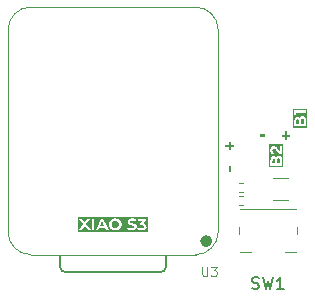
<source format=gbr>
%TF.GenerationSoftware,KiCad,Pcbnew,9.0.1-9.0.1-0~ubuntu22.04.1*%
%TF.CreationDate,2025-05-27T18:32:28-04:00*%
%TF.ProjectId,Omi-Glass-DevKit,4f6d692d-476c-4617-9373-2d4465764b69,rev?*%
%TF.SameCoordinates,Original*%
%TF.FileFunction,Legend,Top*%
%TF.FilePolarity,Positive*%
%FSLAX46Y46*%
G04 Gerber Fmt 4.6, Leading zero omitted, Abs format (unit mm)*
G04 Created by KiCad (PCBNEW 9.0.1-9.0.1-0~ubuntu22.04.1) date 2025-05-27 18:32:28*
%MOMM*%
%LPD*%
G01*
G04 APERTURE LIST*
%ADD10C,0.100000*%
%ADD11C,0.300000*%
%ADD12C,0.106680*%
%ADD13C,0.150000*%
%ADD14C,0.504000*%
%ADD15C,0.127000*%
%ADD16C,0.120000*%
G04 APERTURE END LIST*
D10*
G36*
X15667260Y973413D02*
G01*
X15695573Y958965D01*
X15717934Y934869D01*
X15733029Y904301D01*
X15743148Y863081D01*
X15744196Y847919D01*
X15746938Y808229D01*
X15746938Y582427D01*
X15515151Y582427D01*
X15515151Y808229D01*
X15518912Y863101D01*
X15528950Y904320D01*
X15543911Y934869D01*
X15566107Y958922D01*
X15594475Y973389D01*
X15631045Y978528D01*
X15667260Y973413D01*
G37*
G36*
X16072917Y1021798D02*
G01*
X16102697Y1006547D01*
X16125514Y981336D01*
X16140725Y949315D01*
X16150974Y905904D01*
X16154823Y847919D01*
X16154823Y582427D01*
X15912107Y582427D01*
X15912107Y847919D01*
X15916007Y905870D01*
X15926399Y949281D01*
X15941844Y981336D01*
X15964912Y1006564D01*
X15994829Y1021810D01*
X16033862Y1027254D01*
X16072917Y1021798D01*
G37*
G36*
X16436111Y246185D02*
G01*
X15233864Y246185D01*
X15233864Y836134D01*
X15344975Y836134D01*
X15344975Y808229D01*
X15344975Y357296D01*
X16325000Y357296D01*
X16325000Y864100D01*
X16319683Y963371D01*
X16305133Y1043167D01*
X16283040Y1106822D01*
X16254474Y1157191D01*
X16215382Y1200918D01*
X16170391Y1231447D01*
X16118346Y1250049D01*
X16057309Y1256537D01*
X16002177Y1251753D01*
X15954895Y1238114D01*
X15914000Y1216115D01*
X15878290Y1186112D01*
X15848622Y1149252D01*
X15824729Y1104618D01*
X15814985Y1076233D01*
X15797081Y1107324D01*
X15768002Y1141767D01*
X15733504Y1169892D01*
X15694349Y1190670D01*
X15650335Y1203397D01*
X15600331Y1207811D01*
X15544915Y1201825D01*
X15496497Y1184478D01*
X15453508Y1155702D01*
X15415012Y1114143D01*
X15386586Y1066464D01*
X15364663Y1006152D01*
X15350243Y930456D01*
X15344975Y836134D01*
X15233864Y836134D01*
X15233864Y1321445D01*
X15344975Y1321445D01*
X15527486Y1321445D01*
X15527486Y1517327D01*
X16325000Y1517327D01*
X16325000Y1744656D01*
X15344975Y1744656D01*
X15344975Y1321445D01*
X15233864Y1321445D01*
X15233864Y1855767D01*
X16436111Y1855767D01*
X16436111Y246185D01*
G37*
D11*
G36*
X12886151Y-527593D02*
G01*
X12418670Y-527593D01*
X12418670Y-311896D01*
X12886151Y-311896D01*
X12886151Y-527593D01*
G37*
G36*
X14737773Y-334977D02*
G01*
X15018958Y-334977D01*
X15018958Y-504513D01*
X14737773Y-504513D01*
X14737773Y-787804D01*
X14568238Y-787804D01*
X14568238Y-504513D01*
X14287053Y-504513D01*
X14287053Y-334977D01*
X14568238Y-334977D01*
X14568238Y-47473D01*
X14737773Y-47473D01*
X14737773Y-334977D01*
G37*
D10*
G36*
X250919Y-7616558D02*
G01*
X308357Y-7633606D01*
X360551Y-7661309D01*
X405444Y-7698452D01*
X442164Y-7743962D01*
X469985Y-7797676D01*
X487120Y-7857121D01*
X493066Y-7924743D01*
X487113Y-7992412D01*
X469924Y-8052177D01*
X442002Y-8106157D01*
X405321Y-8151706D01*
X360488Y-8188749D01*
X308296Y-8216430D01*
X250868Y-8233433D01*
X187090Y-8239267D01*
X123203Y-8233470D01*
X65457Y-8216552D01*
X13002Y-8188894D01*
X-32055Y-8151645D01*
X-68786Y-8105838D01*
X-96658Y-8051810D01*
X-113806Y-7992140D01*
X-119739Y-7924743D01*
X-113798Y-7857335D01*
X-96658Y-7797920D01*
X-68716Y-7744148D01*
X-31872Y-7698574D01*
X13200Y-7661371D01*
X65580Y-7633606D01*
X123273Y-7616550D01*
X187090Y-7610708D01*
X250919Y-7616558D01*
G37*
G36*
X-771894Y-8033248D02*
G01*
X-1083467Y-8033248D01*
X-927667Y-7658593D01*
X-771894Y-8033248D01*
G37*
G36*
X2950740Y-8542597D02*
G01*
X-2995618Y-8542597D01*
X-2995618Y-8415000D01*
X-2884507Y-8415000D01*
X-2624510Y-8415000D01*
X-2392167Y-8074506D01*
X-2155564Y-8415000D01*
X-1894163Y-8415000D01*
X-1805075Y-8415000D01*
X-1577746Y-8415000D01*
X-1475103Y-8415000D01*
X-1242218Y-8415000D01*
X-1155047Y-8205378D01*
X-700326Y-8205378D01*
X-613170Y-8415000D01*
X-376316Y-8415000D01*
X-595267Y-7924743D01*
X-349022Y-7924743D01*
X-344439Y-7996963D01*
X-331024Y-8064015D01*
X-309027Y-8126671D01*
X-278646Y-8185759D01*
X-241350Y-8239185D01*
X-196858Y-8287444D01*
X-146303Y-8329365D01*
X-89727Y-8364745D01*
X-26499Y-8393689D01*
X39993Y-8414450D01*
X111098Y-8427146D01*
X187518Y-8431486D01*
X263987Y-8427168D01*
X334817Y-8414562D01*
X400742Y-8393995D01*
X463495Y-8365235D01*
X519794Y-8330002D01*
X533271Y-8318829D01*
X1212178Y-8318829D01*
X1257935Y-8348496D01*
X1315198Y-8375733D01*
X1385956Y-8400101D01*
X1458553Y-8417453D01*
X1533537Y-8427947D01*
X1611270Y-8431486D01*
X1704052Y-8426293D01*
X1780448Y-8411919D01*
X1843118Y-8389781D01*
X1901137Y-8357707D01*
X1939556Y-8326400D01*
X2059273Y-8326400D01*
X2108160Y-8356474D01*
X2164818Y-8382435D01*
X2230243Y-8404009D01*
X2331239Y-8424639D01*
X2433026Y-8431486D01*
X2525631Y-8425951D01*
X2601237Y-8410669D01*
X2662736Y-8387156D01*
X2719041Y-8353316D01*
X2762930Y-8314459D01*
X2796092Y-8270408D01*
X2820381Y-8220708D01*
X2834791Y-8169156D01*
X2839629Y-8114947D01*
X2833653Y-8053352D01*
X2816349Y-7999037D01*
X2787852Y-7950498D01*
X2747244Y-7906730D01*
X2699348Y-7873238D01*
X2639561Y-7847868D01*
X2573893Y-7833286D01*
X2794871Y-7581399D01*
X2794871Y-7434975D01*
X2107999Y-7434975D01*
X2107999Y-7617486D01*
X2524880Y-7617486D01*
X2324765Y-7845547D01*
X2324765Y-7994474D01*
X2427103Y-7994474D01*
X2491256Y-7998929D01*
X2536414Y-8010487D01*
X2567359Y-8027203D01*
X2591621Y-8051691D01*
X2605936Y-8080699D01*
X2610895Y-8115741D01*
X2605352Y-8152452D01*
X2589267Y-8182782D01*
X2561680Y-8208370D01*
X2527246Y-8226223D01*
X2483384Y-8237832D01*
X2427713Y-8242076D01*
X2352460Y-8236154D01*
X2277809Y-8218262D01*
X2207443Y-8189564D01*
X2147628Y-8152927D01*
X2059273Y-8326400D01*
X1939556Y-8326400D01*
X1946377Y-8320842D01*
X1980688Y-8279139D01*
X2006119Y-8231474D01*
X2021215Y-8181448D01*
X2026300Y-8128136D01*
X2022512Y-8077599D01*
X2011908Y-8035588D01*
X1995220Y-8000580D01*
X1959266Y-7955009D01*
X1913704Y-7919553D01*
X1861199Y-7892196D01*
X1802513Y-7870277D01*
X1680696Y-7838220D01*
X1569200Y-7810926D01*
X1522056Y-7793881D01*
X1487684Y-7773740D01*
X1470299Y-7756386D01*
X1460112Y-7736086D01*
X1456604Y-7711824D01*
X1461259Y-7682227D01*
X1475227Y-7655710D01*
X1498266Y-7634109D01*
X1535433Y-7615593D01*
X1580261Y-7604607D01*
X1643144Y-7600389D01*
X1708620Y-7604940D01*
X1777539Y-7619012D01*
X1845630Y-7642415D01*
X1914437Y-7676592D01*
X1985145Y-7504767D01*
X1912640Y-7467933D01*
X1826754Y-7440348D01*
X1736313Y-7423943D01*
X1645098Y-7418489D01*
X1552722Y-7423646D01*
X1476535Y-7437932D01*
X1413922Y-7459949D01*
X1356061Y-7491855D01*
X1311030Y-7528636D01*
X1276963Y-7570347D01*
X1251834Y-7618005D01*
X1236847Y-7668472D01*
X1231778Y-7722693D01*
X1235584Y-7774189D01*
X1246205Y-7816742D01*
X1262858Y-7851959D01*
X1298846Y-7897839D01*
X1344374Y-7933719D01*
X1396930Y-7961444D01*
X1455871Y-7983789D01*
X1577687Y-8016151D01*
X1688879Y-8044056D01*
X1736060Y-8061703D01*
X1770395Y-8082219D01*
X1787751Y-8099698D01*
X1797953Y-8120234D01*
X1801475Y-8144867D01*
X1796650Y-8173480D01*
X1782118Y-8198906D01*
X1758648Y-8219242D01*
X1721485Y-8236153D01*
X1676828Y-8245817D01*
X1612431Y-8249586D01*
X1525181Y-8242472D01*
X1437919Y-8220887D01*
X1355826Y-8187350D01*
X1288992Y-8147309D01*
X1212178Y-8318829D01*
X533271Y-8318829D01*
X570246Y-8288176D01*
X614680Y-8239986D01*
X651937Y-8186544D01*
X682293Y-8127342D01*
X704321Y-8064522D01*
X717758Y-7997268D01*
X722349Y-7924804D01*
X717753Y-7852343D01*
X704312Y-7785216D01*
X682293Y-7722632D01*
X651958Y-7663621D01*
X614704Y-7610234D01*
X570246Y-7561981D01*
X519780Y-7520051D01*
X463481Y-7484780D01*
X400742Y-7456041D01*
X334811Y-7435450D01*
X263843Y-7422819D01*
X187090Y-7418489D01*
X110667Y-7422819D01*
X39668Y-7435479D01*
X-26621Y-7456163D01*
X-89633Y-7485042D01*
X-146154Y-7520476D01*
X-196797Y-7562592D01*
X-241359Y-7610990D01*
X-278670Y-7664383D01*
X-309027Y-7723243D01*
X-331013Y-7785622D01*
X-344433Y-7852526D01*
X-349022Y-7924743D01*
X-595267Y-7924743D01*
X-813999Y-7434975D01*
X-1038275Y-7434975D01*
X-1304944Y-8033248D01*
X-1475103Y-8415000D01*
X-1577746Y-8415000D01*
X-1577746Y-7434975D01*
X-1805075Y-7434975D01*
X-1805075Y-8415000D01*
X-1894163Y-8415000D01*
X-2259989Y-7908263D01*
X-1917732Y-7434975D01*
X-2163502Y-7434975D01*
X-2385081Y-7752042D01*
X-2609917Y-7434975D01*
X-2866860Y-7434975D01*
X-2523656Y-7916094D01*
X-2884507Y-8415000D01*
X-2995618Y-8415000D01*
X-2995618Y-7307378D01*
X2950740Y-7307378D01*
X2950740Y-8542597D01*
G37*
D11*
G36*
X9783777Y-1213426D02*
G01*
X9783777Y-932241D01*
X9953313Y-932241D01*
X9953313Y-1213426D01*
X10236604Y-1213426D01*
X10236604Y-1382961D01*
X9953313Y-1382961D01*
X9953313Y-1664146D01*
X9783777Y-1664146D01*
X9783777Y-1382961D01*
X9496273Y-1382961D01*
X9496273Y-1213426D01*
X9783777Y-1213426D01*
G37*
G36*
X10027193Y-2995448D02*
G01*
X10027193Y-3462929D01*
X9811496Y-3462929D01*
X9811496Y-2995448D01*
X10027193Y-2995448D01*
G37*
D10*
G36*
X13651060Y-2383246D02*
G01*
X13679373Y-2397694D01*
X13701734Y-2421790D01*
X13716829Y-2452358D01*
X13726948Y-2493578D01*
X13727996Y-2508740D01*
X13730738Y-2548430D01*
X13730738Y-2774232D01*
X13498951Y-2774232D01*
X13498951Y-2548430D01*
X13502712Y-2493558D01*
X13512750Y-2452339D01*
X13527711Y-2421790D01*
X13549907Y-2397737D01*
X13578275Y-2383270D01*
X13614845Y-2378131D01*
X13651060Y-2383246D01*
G37*
G36*
X14056717Y-2334861D02*
G01*
X14086497Y-2350112D01*
X14109314Y-2375323D01*
X14124525Y-2407344D01*
X14134774Y-2450755D01*
X14138623Y-2508740D01*
X14138623Y-2774232D01*
X13895907Y-2774232D01*
X13895907Y-2508740D01*
X13899807Y-2450789D01*
X13910199Y-2407378D01*
X13925644Y-2375323D01*
X13948712Y-2350095D01*
X13978629Y-2334849D01*
X14017662Y-2329405D01*
X14056717Y-2334861D01*
G37*
G36*
X14419911Y-3110474D02*
G01*
X13201178Y-3110474D01*
X13201178Y-2520525D01*
X13328775Y-2520525D01*
X13328775Y-2548430D01*
X13328775Y-2999363D01*
X14308800Y-2999363D01*
X14308800Y-2492559D01*
X14303483Y-2393288D01*
X14288933Y-2313492D01*
X14266840Y-2249837D01*
X14238274Y-2199468D01*
X14199182Y-2155741D01*
X14154191Y-2125212D01*
X14102146Y-2106610D01*
X14041109Y-2100122D01*
X13985977Y-2104906D01*
X13938695Y-2118545D01*
X13897800Y-2140544D01*
X13862090Y-2170547D01*
X13832422Y-2207407D01*
X13808529Y-2252041D01*
X13798785Y-2280425D01*
X13780881Y-2249335D01*
X13751802Y-2214892D01*
X13717304Y-2186767D01*
X13678149Y-2165989D01*
X13634135Y-2153262D01*
X13584131Y-2148848D01*
X13528715Y-2154834D01*
X13480297Y-2172181D01*
X13437308Y-2200957D01*
X13398812Y-2242516D01*
X13370386Y-2290195D01*
X13348463Y-2350507D01*
X13334043Y-2426203D01*
X13328775Y-2520525D01*
X13201178Y-2520525D01*
X13201178Y-1653951D01*
X13312289Y-1653951D01*
X13318070Y-1740847D01*
X13334671Y-1817861D01*
X13361381Y-1886470D01*
X13398748Y-1949588D01*
X13442982Y-2001216D01*
X13494372Y-2042664D01*
X13600373Y-1877922D01*
X13556576Y-1837581D01*
X13526123Y-1789750D01*
X13507978Y-1735394D01*
X13501760Y-1674590D01*
X13505908Y-1623999D01*
X13517035Y-1586114D01*
X13533878Y-1558025D01*
X13557731Y-1536359D01*
X13587042Y-1523221D01*
X13623515Y-1518580D01*
X13673585Y-1525907D01*
X13700124Y-1536128D01*
X13731898Y-1554789D01*
X13763990Y-1579985D01*
X13805232Y-1620063D01*
X14162376Y-1998761D01*
X14308800Y-1998761D01*
X14308800Y-1257301D01*
X14123541Y-1257301D01*
X14123541Y-1679782D01*
X13911661Y-1454466D01*
X13847299Y-1391185D01*
X13795218Y-1350052D01*
X13742718Y-1319524D01*
X13695994Y-1302181D01*
X13648551Y-1292912D01*
X13601167Y-1289846D01*
X13543461Y-1295118D01*
X13492746Y-1310329D01*
X13447660Y-1335214D01*
X13408385Y-1368831D01*
X13375082Y-1410865D01*
X13347582Y-1462526D01*
X13328491Y-1518261D01*
X13316496Y-1581659D01*
X13312289Y-1653951D01*
X13201178Y-1653951D01*
X13201178Y-1146190D01*
X14419911Y-1146190D01*
X14419911Y-3110474D01*
G37*
D12*
X7551442Y-11531705D02*
X7551442Y-12165012D01*
X7551442Y-12165012D02*
X7588696Y-12239518D01*
X7588696Y-12239518D02*
X7625949Y-12276772D01*
X7625949Y-12276772D02*
X7700456Y-12314025D01*
X7700456Y-12314025D02*
X7849469Y-12314025D01*
X7849469Y-12314025D02*
X7923976Y-12276772D01*
X7923976Y-12276772D02*
X7961229Y-12239518D01*
X7961229Y-12239518D02*
X7998482Y-12165012D01*
X7998482Y-12165012D02*
X7998482Y-11531705D01*
X8296509Y-11531705D02*
X8780802Y-11531705D01*
X8780802Y-11531705D02*
X8520029Y-11829732D01*
X8520029Y-11829732D02*
X8631789Y-11829732D01*
X8631789Y-11829732D02*
X8706295Y-11866985D01*
X8706295Y-11866985D02*
X8743549Y-11904238D01*
X8743549Y-11904238D02*
X8780802Y-11978745D01*
X8780802Y-11978745D02*
X8780802Y-12165012D01*
X8780802Y-12165012D02*
X8743549Y-12239518D01*
X8743549Y-12239518D02*
X8706295Y-12276772D01*
X8706295Y-12276772D02*
X8631789Y-12314025D01*
X8631789Y-12314025D02*
X8408269Y-12314025D01*
X8408269Y-12314025D02*
X8333762Y-12276772D01*
X8333762Y-12276772D02*
X8296509Y-12239518D01*
D13*
X11766667Y-13357200D02*
X11909524Y-13404819D01*
X11909524Y-13404819D02*
X12147619Y-13404819D01*
X12147619Y-13404819D02*
X12242857Y-13357200D01*
X12242857Y-13357200D02*
X12290476Y-13309580D01*
X12290476Y-13309580D02*
X12338095Y-13214342D01*
X12338095Y-13214342D02*
X12338095Y-13119104D01*
X12338095Y-13119104D02*
X12290476Y-13023866D01*
X12290476Y-13023866D02*
X12242857Y-12976247D01*
X12242857Y-12976247D02*
X12147619Y-12928628D01*
X12147619Y-12928628D02*
X11957143Y-12881009D01*
X11957143Y-12881009D02*
X11861905Y-12833390D01*
X11861905Y-12833390D02*
X11814286Y-12785771D01*
X11814286Y-12785771D02*
X11766667Y-12690533D01*
X11766667Y-12690533D02*
X11766667Y-12595295D01*
X11766667Y-12595295D02*
X11814286Y-12500057D01*
X11814286Y-12500057D02*
X11861905Y-12452438D01*
X11861905Y-12452438D02*
X11957143Y-12404819D01*
X11957143Y-12404819D02*
X12195238Y-12404819D01*
X12195238Y-12404819D02*
X12338095Y-12452438D01*
X12671429Y-12404819D02*
X12909524Y-13404819D01*
X12909524Y-13404819D02*
X13100000Y-12690533D01*
X13100000Y-12690533D02*
X13290476Y-13404819D01*
X13290476Y-13404819D02*
X13528572Y-12404819D01*
X14433333Y-13404819D02*
X13861905Y-13404819D01*
X14147619Y-13404819D02*
X14147619Y-12404819D01*
X14147619Y-12404819D02*
X14052381Y-12547676D01*
X14052381Y-12547676D02*
X13957143Y-12642914D01*
X13957143Y-12642914D02*
X13861905Y-12690533D01*
%TO.C,U3*%
D14*
X8141364Y-9351000D02*
G75*
G02*
X7637364Y-9351000I-252000J0D01*
G01*
X7637364Y-9351000D02*
G75*
G02*
X8141364Y-9351000I252000J0D01*
G01*
D10*
X8896364Y-8589000D02*
G75*
G02*
X6991364Y-10494000I-1905001J1D01*
G01*
X6991364Y10465000D02*
G75*
G02*
X8896364Y8560000I-1J-1905001D01*
G01*
D15*
X4497636Y-11500272D02*
G75*
G02*
X3997636Y-11999999I-500018J291D01*
G01*
X-3997636Y-12000000D02*
G75*
G02*
X-4497630Y-11500000I6J500000D01*
G01*
D10*
X-6978636Y-10490000D02*
G75*
G02*
X-8883630Y-8585000I6J1905000D01*
G01*
X-8883636Y8560000D02*
G75*
G02*
X-6978636Y10465006I1905006J0D01*
G01*
X8896364Y8560000D02*
X8896364Y-8585000D01*
X6991364Y10465000D02*
X-6978636Y10465000D01*
D15*
X4501364Y-10490000D02*
X4497636Y-11500272D01*
X3997636Y-12000000D02*
X-3997636Y-12000000D01*
X-4497636Y-11500000D02*
X-4497636Y-10490000D01*
D10*
X-6978636Y-10490000D02*
X6991364Y-10490000D01*
X-8883636Y8560000D02*
X-8883636Y-8585000D01*
D16*
%TO.C,SW1*%
X10650000Y-8175000D02*
X10650000Y-8725000D01*
X10750000Y-6600000D02*
X15450000Y-6600000D01*
X10750000Y-10300000D02*
X11675000Y-10300000D01*
X14525000Y-10300000D02*
X15450000Y-10300000D01*
X15550000Y-8175000D02*
X15550000Y-8725000D01*
%TO.C,TH1*%
X14779000Y-4030000D02*
X13521000Y-4030000D01*
X14779000Y-5870000D02*
X13521000Y-5870000D01*
%TO.C,R1*%
X11042621Y-4395000D02*
X10707379Y-4395000D01*
X11042621Y-5155000D02*
X10707379Y-5155000D01*
%TO.C,R2*%
X10707379Y-5545000D02*
X11042621Y-5545000D01*
X10707379Y-6305000D02*
X11042621Y-6305000D01*
%TD*%
M02*

</source>
